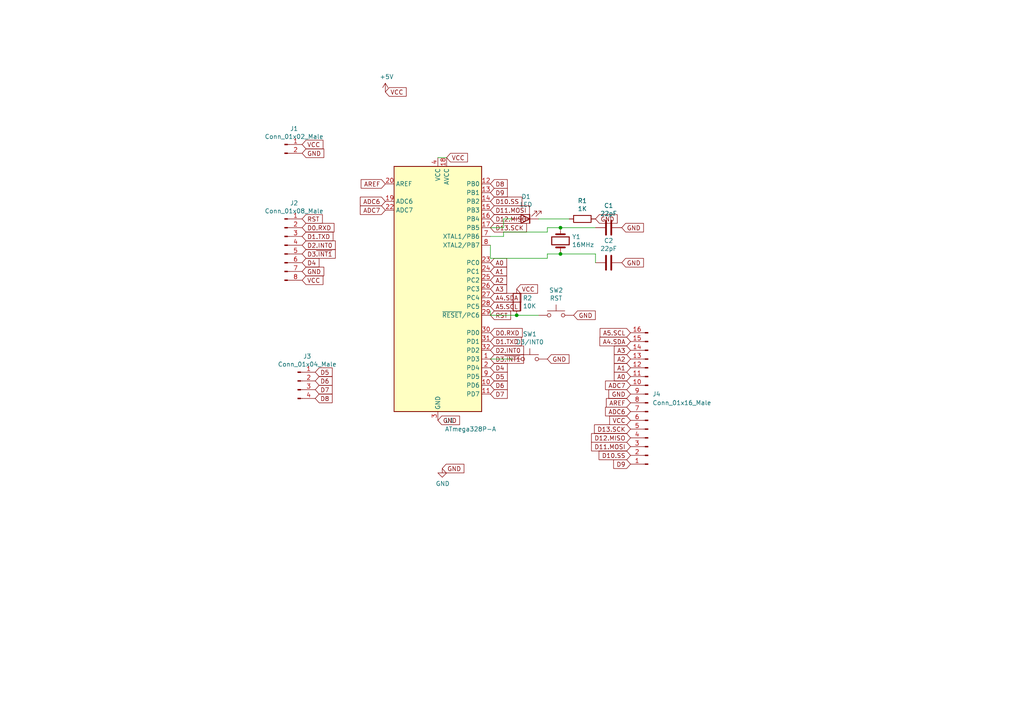
<source format=kicad_sch>
(kicad_sch (version 20211123) (generator eeschema)

  (uuid e63e39d7-6ac0-4ffd-8aa3-1841a4541b55)

  (paper "A4")

  (lib_symbols
    (symbol "Connector:Conn_01x02_Male" (pin_names (offset 1.016) hide) (in_bom yes) (on_board yes)
      (property "Reference" "J" (id 0) (at 0 2.54 0)
        (effects (font (size 1.27 1.27)))
      )
      (property "Value" "Conn_01x02_Male" (id 1) (at 0 -5.08 0)
        (effects (font (size 1.27 1.27)))
      )
      (property "Footprint" "" (id 2) (at 0 0 0)
        (effects (font (size 1.27 1.27)) hide)
      )
      (property "Datasheet" "~" (id 3) (at 0 0 0)
        (effects (font (size 1.27 1.27)) hide)
      )
      (property "ki_keywords" "connector" (id 4) (at 0 0 0)
        (effects (font (size 1.27 1.27)) hide)
      )
      (property "ki_description" "Generic connector, single row, 01x02, script generated (kicad-library-utils/schlib/autogen/connector/)" (id 5) (at 0 0 0)
        (effects (font (size 1.27 1.27)) hide)
      )
      (property "ki_fp_filters" "Connector*:*_1x??_*" (id 6) (at 0 0 0)
        (effects (font (size 1.27 1.27)) hide)
      )
      (symbol "Conn_01x02_Male_1_1"
        (polyline
          (pts
            (xy 1.27 -2.54)
            (xy 0.8636 -2.54)
          )
          (stroke (width 0.1524) (type default) (color 0 0 0 0))
          (fill (type none))
        )
        (polyline
          (pts
            (xy 1.27 0)
            (xy 0.8636 0)
          )
          (stroke (width 0.1524) (type default) (color 0 0 0 0))
          (fill (type none))
        )
        (rectangle (start 0.8636 -2.413) (end 0 -2.667)
          (stroke (width 0.1524) (type default) (color 0 0 0 0))
          (fill (type outline))
        )
        (rectangle (start 0.8636 0.127) (end 0 -0.127)
          (stroke (width 0.1524) (type default) (color 0 0 0 0))
          (fill (type outline))
        )
        (pin passive line (at 5.08 0 180) (length 3.81)
          (name "Pin_1" (effects (font (size 1.27 1.27))))
          (number "1" (effects (font (size 1.27 1.27))))
        )
        (pin passive line (at 5.08 -2.54 180) (length 3.81)
          (name "Pin_2" (effects (font (size 1.27 1.27))))
          (number "2" (effects (font (size 1.27 1.27))))
        )
      )
    )
    (symbol "Connector:Conn_01x04_Male" (pin_names (offset 1.016) hide) (in_bom yes) (on_board yes)
      (property "Reference" "J" (id 0) (at 0 5.08 0)
        (effects (font (size 1.27 1.27)))
      )
      (property "Value" "Conn_01x04_Male" (id 1) (at 0 -7.62 0)
        (effects (font (size 1.27 1.27)))
      )
      (property "Footprint" "" (id 2) (at 0 0 0)
        (effects (font (size 1.27 1.27)) hide)
      )
      (property "Datasheet" "~" (id 3) (at 0 0 0)
        (effects (font (size 1.27 1.27)) hide)
      )
      (property "ki_keywords" "connector" (id 4) (at 0 0 0)
        (effects (font (size 1.27 1.27)) hide)
      )
      (property "ki_description" "Generic connector, single row, 01x04, script generated (kicad-library-utils/schlib/autogen/connector/)" (id 5) (at 0 0 0)
        (effects (font (size 1.27 1.27)) hide)
      )
      (property "ki_fp_filters" "Connector*:*_1x??_*" (id 6) (at 0 0 0)
        (effects (font (size 1.27 1.27)) hide)
      )
      (symbol "Conn_01x04_Male_1_1"
        (polyline
          (pts
            (xy 1.27 -5.08)
            (xy 0.8636 -5.08)
          )
          (stroke (width 0.1524) (type default) (color 0 0 0 0))
          (fill (type none))
        )
        (polyline
          (pts
            (xy 1.27 -2.54)
            (xy 0.8636 -2.54)
          )
          (stroke (width 0.1524) (type default) (color 0 0 0 0))
          (fill (type none))
        )
        (polyline
          (pts
            (xy 1.27 0)
            (xy 0.8636 0)
          )
          (stroke (width 0.1524) (type default) (color 0 0 0 0))
          (fill (type none))
        )
        (polyline
          (pts
            (xy 1.27 2.54)
            (xy 0.8636 2.54)
          )
          (stroke (width 0.1524) (type default) (color 0 0 0 0))
          (fill (type none))
        )
        (rectangle (start 0.8636 -4.953) (end 0 -5.207)
          (stroke (width 0.1524) (type default) (color 0 0 0 0))
          (fill (type outline))
        )
        (rectangle (start 0.8636 -2.413) (end 0 -2.667)
          (stroke (width 0.1524) (type default) (color 0 0 0 0))
          (fill (type outline))
        )
        (rectangle (start 0.8636 0.127) (end 0 -0.127)
          (stroke (width 0.1524) (type default) (color 0 0 0 0))
          (fill (type outline))
        )
        (rectangle (start 0.8636 2.667) (end 0 2.413)
          (stroke (width 0.1524) (type default) (color 0 0 0 0))
          (fill (type outline))
        )
        (pin passive line (at 5.08 2.54 180) (length 3.81)
          (name "Pin_1" (effects (font (size 1.27 1.27))))
          (number "1" (effects (font (size 1.27 1.27))))
        )
        (pin passive line (at 5.08 0 180) (length 3.81)
          (name "Pin_2" (effects (font (size 1.27 1.27))))
          (number "2" (effects (font (size 1.27 1.27))))
        )
        (pin passive line (at 5.08 -2.54 180) (length 3.81)
          (name "Pin_3" (effects (font (size 1.27 1.27))))
          (number "3" (effects (font (size 1.27 1.27))))
        )
        (pin passive line (at 5.08 -5.08 180) (length 3.81)
          (name "Pin_4" (effects (font (size 1.27 1.27))))
          (number "4" (effects (font (size 1.27 1.27))))
        )
      )
    )
    (symbol "Connector:Conn_01x08_Male" (pin_names (offset 1.016) hide) (in_bom yes) (on_board yes)
      (property "Reference" "J" (id 0) (at 0 10.16 0)
        (effects (font (size 1.27 1.27)))
      )
      (property "Value" "Conn_01x08_Male" (id 1) (at 0 -12.7 0)
        (effects (font (size 1.27 1.27)))
      )
      (property "Footprint" "" (id 2) (at 0 0 0)
        (effects (font (size 1.27 1.27)) hide)
      )
      (property "Datasheet" "~" (id 3) (at 0 0 0)
        (effects (font (size 1.27 1.27)) hide)
      )
      (property "ki_keywords" "connector" (id 4) (at 0 0 0)
        (effects (font (size 1.27 1.27)) hide)
      )
      (property "ki_description" "Generic connector, single row, 01x08, script generated (kicad-library-utils/schlib/autogen/connector/)" (id 5) (at 0 0 0)
        (effects (font (size 1.27 1.27)) hide)
      )
      (property "ki_fp_filters" "Connector*:*_1x??_*" (id 6) (at 0 0 0)
        (effects (font (size 1.27 1.27)) hide)
      )
      (symbol "Conn_01x08_Male_1_1"
        (polyline
          (pts
            (xy 1.27 -10.16)
            (xy 0.8636 -10.16)
          )
          (stroke (width 0.1524) (type default) (color 0 0 0 0))
          (fill (type none))
        )
        (polyline
          (pts
            (xy 1.27 -7.62)
            (xy 0.8636 -7.62)
          )
          (stroke (width 0.1524) (type default) (color 0 0 0 0))
          (fill (type none))
        )
        (polyline
          (pts
            (xy 1.27 -5.08)
            (xy 0.8636 -5.08)
          )
          (stroke (width 0.1524) (type default) (color 0 0 0 0))
          (fill (type none))
        )
        (polyline
          (pts
            (xy 1.27 -2.54)
            (xy 0.8636 -2.54)
          )
          (stroke (width 0.1524) (type default) (color 0 0 0 0))
          (fill (type none))
        )
        (polyline
          (pts
            (xy 1.27 0)
            (xy 0.8636 0)
          )
          (stroke (width 0.1524) (type default) (color 0 0 0 0))
          (fill (type none))
        )
        (polyline
          (pts
            (xy 1.27 2.54)
            (xy 0.8636 2.54)
          )
          (stroke (width 0.1524) (type default) (color 0 0 0 0))
          (fill (type none))
        )
        (polyline
          (pts
            (xy 1.27 5.08)
            (xy 0.8636 5.08)
          )
          (stroke (width 0.1524) (type default) (color 0 0 0 0))
          (fill (type none))
        )
        (polyline
          (pts
            (xy 1.27 7.62)
            (xy 0.8636 7.62)
          )
          (stroke (width 0.1524) (type default) (color 0 0 0 0))
          (fill (type none))
        )
        (rectangle (start 0.8636 -10.033) (end 0 -10.287)
          (stroke (width 0.1524) (type default) (color 0 0 0 0))
          (fill (type outline))
        )
        (rectangle (start 0.8636 -7.493) (end 0 -7.747)
          (stroke (width 0.1524) (type default) (color 0 0 0 0))
          (fill (type outline))
        )
        (rectangle (start 0.8636 -4.953) (end 0 -5.207)
          (stroke (width 0.1524) (type default) (color 0 0 0 0))
          (fill (type outline))
        )
        (rectangle (start 0.8636 -2.413) (end 0 -2.667)
          (stroke (width 0.1524) (type default) (color 0 0 0 0))
          (fill (type outline))
        )
        (rectangle (start 0.8636 0.127) (end 0 -0.127)
          (stroke (width 0.1524) (type default) (color 0 0 0 0))
          (fill (type outline))
        )
        (rectangle (start 0.8636 2.667) (end 0 2.413)
          (stroke (width 0.1524) (type default) (color 0 0 0 0))
          (fill (type outline))
        )
        (rectangle (start 0.8636 5.207) (end 0 4.953)
          (stroke (width 0.1524) (type default) (color 0 0 0 0))
          (fill (type outline))
        )
        (rectangle (start 0.8636 7.747) (end 0 7.493)
          (stroke (width 0.1524) (type default) (color 0 0 0 0))
          (fill (type outline))
        )
        (pin passive line (at 5.08 7.62 180) (length 3.81)
          (name "Pin_1" (effects (font (size 1.27 1.27))))
          (number "1" (effects (font (size 1.27 1.27))))
        )
        (pin passive line (at 5.08 5.08 180) (length 3.81)
          (name "Pin_2" (effects (font (size 1.27 1.27))))
          (number "2" (effects (font (size 1.27 1.27))))
        )
        (pin passive line (at 5.08 2.54 180) (length 3.81)
          (name "Pin_3" (effects (font (size 1.27 1.27))))
          (number "3" (effects (font (size 1.27 1.27))))
        )
        (pin passive line (at 5.08 0 180) (length 3.81)
          (name "Pin_4" (effects (font (size 1.27 1.27))))
          (number "4" (effects (font (size 1.27 1.27))))
        )
        (pin passive line (at 5.08 -2.54 180) (length 3.81)
          (name "Pin_5" (effects (font (size 1.27 1.27))))
          (number "5" (effects (font (size 1.27 1.27))))
        )
        (pin passive line (at 5.08 -5.08 180) (length 3.81)
          (name "Pin_6" (effects (font (size 1.27 1.27))))
          (number "6" (effects (font (size 1.27 1.27))))
        )
        (pin passive line (at 5.08 -7.62 180) (length 3.81)
          (name "Pin_7" (effects (font (size 1.27 1.27))))
          (number "7" (effects (font (size 1.27 1.27))))
        )
        (pin passive line (at 5.08 -10.16 180) (length 3.81)
          (name "Pin_8" (effects (font (size 1.27 1.27))))
          (number "8" (effects (font (size 1.27 1.27))))
        )
      )
    )
    (symbol "Connector:Conn_01x16_Male" (pin_names (offset 1.016) hide) (in_bom yes) (on_board yes)
      (property "Reference" "J" (id 0) (at 0 20.32 0)
        (effects (font (size 1.27 1.27)))
      )
      (property "Value" "Conn_01x16_Male" (id 1) (at 0 -22.86 0)
        (effects (font (size 1.27 1.27)))
      )
      (property "Footprint" "" (id 2) (at 0 0 0)
        (effects (font (size 1.27 1.27)) hide)
      )
      (property "Datasheet" "~" (id 3) (at 0 0 0)
        (effects (font (size 1.27 1.27)) hide)
      )
      (property "ki_keywords" "connector" (id 4) (at 0 0 0)
        (effects (font (size 1.27 1.27)) hide)
      )
      (property "ki_description" "Generic connector, single row, 01x16, script generated (kicad-library-utils/schlib/autogen/connector/)" (id 5) (at 0 0 0)
        (effects (font (size 1.27 1.27)) hide)
      )
      (property "ki_fp_filters" "Connector*:*_1x??_*" (id 6) (at 0 0 0)
        (effects (font (size 1.27 1.27)) hide)
      )
      (symbol "Conn_01x16_Male_1_1"
        (polyline
          (pts
            (xy 1.27 -20.32)
            (xy 0.8636 -20.32)
          )
          (stroke (width 0.1524) (type default) (color 0 0 0 0))
          (fill (type none))
        )
        (polyline
          (pts
            (xy 1.27 -17.78)
            (xy 0.8636 -17.78)
          )
          (stroke (width 0.1524) (type default) (color 0 0 0 0))
          (fill (type none))
        )
        (polyline
          (pts
            (xy 1.27 -15.24)
            (xy 0.8636 -15.24)
          )
          (stroke (width 0.1524) (type default) (color 0 0 0 0))
          (fill (type none))
        )
        (polyline
          (pts
            (xy 1.27 -12.7)
            (xy 0.8636 -12.7)
          )
          (stroke (width 0.1524) (type default) (color 0 0 0 0))
          (fill (type none))
        )
        (polyline
          (pts
            (xy 1.27 -10.16)
            (xy 0.8636 -10.16)
          )
          (stroke (width 0.1524) (type default) (color 0 0 0 0))
          (fill (type none))
        )
        (polyline
          (pts
            (xy 1.27 -7.62)
            (xy 0.8636 -7.62)
          )
          (stroke (width 0.1524) (type default) (color 0 0 0 0))
          (fill (type none))
        )
        (polyline
          (pts
            (xy 1.27 -5.08)
            (xy 0.8636 -5.08)
          )
          (stroke (width 0.1524) (type default) (color 0 0 0 0))
          (fill (type none))
        )
        (polyline
          (pts
            (xy 1.27 -2.54)
            (xy 0.8636 -2.54)
          )
          (stroke (width 0.1524) (type default) (color 0 0 0 0))
          (fill (type none))
        )
        (polyline
          (pts
            (xy 1.27 0)
            (xy 0.8636 0)
          )
          (stroke (width 0.1524) (type default) (color 0 0 0 0))
          (fill (type none))
        )
        (polyline
          (pts
            (xy 1.27 2.54)
            (xy 0.8636 2.54)
          )
          (stroke (width 0.1524) (type default) (color 0 0 0 0))
          (fill (type none))
        )
        (polyline
          (pts
            (xy 1.27 5.08)
            (xy 0.8636 5.08)
          )
          (stroke (width 0.1524) (type default) (color 0 0 0 0))
          (fill (type none))
        )
        (polyline
          (pts
            (xy 1.27 7.62)
            (xy 0.8636 7.62)
          )
          (stroke (width 0.1524) (type default) (color 0 0 0 0))
          (fill (type none))
        )
        (polyline
          (pts
            (xy 1.27 10.16)
            (xy 0.8636 10.16)
          )
          (stroke (width 0.1524) (type default) (color 0 0 0 0))
          (fill (type none))
        )
        (polyline
          (pts
            (xy 1.27 12.7)
            (xy 0.8636 12.7)
          )
          (stroke (width 0.1524) (type default) (color 0 0 0 0))
          (fill (type none))
        )
        (polyline
          (pts
            (xy 1.27 15.24)
            (xy 0.8636 15.24)
          )
          (stroke (width 0.1524) (type default) (color 0 0 0 0))
          (fill (type none))
        )
        (polyline
          (pts
            (xy 1.27 17.78)
            (xy 0.8636 17.78)
          )
          (stroke (width 0.1524) (type default) (color 0 0 0 0))
          (fill (type none))
        )
        (rectangle (start 0.8636 -20.193) (end 0 -20.447)
          (stroke (width 0.1524) (type default) (color 0 0 0 0))
          (fill (type outline))
        )
        (rectangle (start 0.8636 -17.653) (end 0 -17.907)
          (stroke (width 0.1524) (type default) (color 0 0 0 0))
          (fill (type outline))
        )
        (rectangle (start 0.8636 -15.113) (end 0 -15.367)
          (stroke (width 0.1524) (type default) (color 0 0 0 0))
          (fill (type outline))
        )
        (rectangle (start 0.8636 -12.573) (end 0 -12.827)
          (stroke (width 0.1524) (type default) (color 0 0 0 0))
          (fill (type outline))
        )
        (rectangle (start 0.8636 -10.033) (end 0 -10.287)
          (stroke (width 0.1524) (type default) (color 0 0 0 0))
          (fill (type outline))
        )
        (rectangle (start 0.8636 -7.493) (end 0 -7.747)
          (stroke (width 0.1524) (type default) (color 0 0 0 0))
          (fill (type outline))
        )
        (rectangle (start 0.8636 -4.953) (end 0 -5.207)
          (stroke (width 0.1524) (type default) (color 0 0 0 0))
          (fill (type outline))
        )
        (rectangle (start 0.8636 -2.413) (end 0 -2.667)
          (stroke (width 0.1524) (type default) (color 0 0 0 0))
          (fill (type outline))
        )
        (rectangle (start 0.8636 0.127) (end 0 -0.127)
          (stroke (width 0.1524) (type default) (color 0 0 0 0))
          (fill (type outline))
        )
        (rectangle (start 0.8636 2.667) (end 0 2.413)
          (stroke (width 0.1524) (type default) (color 0 0 0 0))
          (fill (type outline))
        )
        (rectangle (start 0.8636 5.207) (end 0 4.953)
          (stroke (width 0.1524) (type default) (color 0 0 0 0))
          (fill (type outline))
        )
        (rectangle (start 0.8636 7.747) (end 0 7.493)
          (stroke (width 0.1524) (type default) (color 0 0 0 0))
          (fill (type outline))
        )
        (rectangle (start 0.8636 10.287) (end 0 10.033)
          (stroke (width 0.1524) (type default) (color 0 0 0 0))
          (fill (type outline))
        )
        (rectangle (start 0.8636 12.827) (end 0 12.573)
          (stroke (width 0.1524) (type default) (color 0 0 0 0))
          (fill (type outline))
        )
        (rectangle (start 0.8636 15.367) (end 0 15.113)
          (stroke (width 0.1524) (type default) (color 0 0 0 0))
          (fill (type outline))
        )
        (rectangle (start 0.8636 17.907) (end 0 17.653)
          (stroke (width 0.1524) (type default) (color 0 0 0 0))
          (fill (type outline))
        )
        (pin passive line (at 5.08 17.78 180) (length 3.81)
          (name "Pin_1" (effects (font (size 1.27 1.27))))
          (number "1" (effects (font (size 1.27 1.27))))
        )
        (pin passive line (at 5.08 -5.08 180) (length 3.81)
          (name "Pin_10" (effects (font (size 1.27 1.27))))
          (number "10" (effects (font (size 1.27 1.27))))
        )
        (pin passive line (at 5.08 -7.62 180) (length 3.81)
          (name "Pin_11" (effects (font (size 1.27 1.27))))
          (number "11" (effects (font (size 1.27 1.27))))
        )
        (pin passive line (at 5.08 -10.16 180) (length 3.81)
          (name "Pin_12" (effects (font (size 1.27 1.27))))
          (number "12" (effects (font (size 1.27 1.27))))
        )
        (pin passive line (at 5.08 -12.7 180) (length 3.81)
          (name "Pin_13" (effects (font (size 1.27 1.27))))
          (number "13" (effects (font (size 1.27 1.27))))
        )
        (pin passive line (at 5.08 -15.24 180) (length 3.81)
          (name "Pin_14" (effects (font (size 1.27 1.27))))
          (number "14" (effects (font (size 1.27 1.27))))
        )
        (pin passive line (at 5.08 -17.78 180) (length 3.81)
          (name "Pin_15" (effects (font (size 1.27 1.27))))
          (number "15" (effects (font (size 1.27 1.27))))
        )
        (pin passive line (at 5.08 -20.32 180) (length 3.81)
          (name "Pin_16" (effects (font (size 1.27 1.27))))
          (number "16" (effects (font (size 1.27 1.27))))
        )
        (pin passive line (at 5.08 15.24 180) (length 3.81)
          (name "Pin_2" (effects (font (size 1.27 1.27))))
          (number "2" (effects (font (size 1.27 1.27))))
        )
        (pin passive line (at 5.08 12.7 180) (length 3.81)
          (name "Pin_3" (effects (font (size 1.27 1.27))))
          (number "3" (effects (font (size 1.27 1.27))))
        )
        (pin passive line (at 5.08 10.16 180) (length 3.81)
          (name "Pin_4" (effects (font (size 1.27 1.27))))
          (number "4" (effects (font (size 1.27 1.27))))
        )
        (pin passive line (at 5.08 7.62 180) (length 3.81)
          (name "Pin_5" (effects (font (size 1.27 1.27))))
          (number "5" (effects (font (size 1.27 1.27))))
        )
        (pin passive line (at 5.08 5.08 180) (length 3.81)
          (name "Pin_6" (effects (font (size 1.27 1.27))))
          (number "6" (effects (font (size 1.27 1.27))))
        )
        (pin passive line (at 5.08 2.54 180) (length 3.81)
          (name "Pin_7" (effects (font (size 1.27 1.27))))
          (number "7" (effects (font (size 1.27 1.27))))
        )
        (pin passive line (at 5.08 0 180) (length 3.81)
          (name "Pin_8" (effects (font (size 1.27 1.27))))
          (number "8" (effects (font (size 1.27 1.27))))
        )
        (pin passive line (at 5.08 -2.54 180) (length 3.81)
          (name "Pin_9" (effects (font (size 1.27 1.27))))
          (number "9" (effects (font (size 1.27 1.27))))
        )
      )
    )
    (symbol "Device:C" (pin_numbers hide) (pin_names (offset 0.254)) (in_bom yes) (on_board yes)
      (property "Reference" "C" (id 0) (at 0.635 2.54 0)
        (effects (font (size 1.27 1.27)) (justify left))
      )
      (property "Value" "C" (id 1) (at 0.635 -2.54 0)
        (effects (font (size 1.27 1.27)) (justify left))
      )
      (property "Footprint" "" (id 2) (at 0.9652 -3.81 0)
        (effects (font (size 1.27 1.27)) hide)
      )
      (property "Datasheet" "~" (id 3) (at 0 0 0)
        (effects (font (size 1.27 1.27)) hide)
      )
      (property "ki_keywords" "cap capacitor" (id 4) (at 0 0 0)
        (effects (font (size 1.27 1.27)) hide)
      )
      (property "ki_description" "Unpolarized capacitor" (id 5) (at 0 0 0)
        (effects (font (size 1.27 1.27)) hide)
      )
      (property "ki_fp_filters" "C_*" (id 6) (at 0 0 0)
        (effects (font (size 1.27 1.27)) hide)
      )
      (symbol "C_0_1"
        (polyline
          (pts
            (xy -2.032 -0.762)
            (xy 2.032 -0.762)
          )
          (stroke (width 0.508) (type default) (color 0 0 0 0))
          (fill (type none))
        )
        (polyline
          (pts
            (xy -2.032 0.762)
            (xy 2.032 0.762)
          )
          (stroke (width 0.508) (type default) (color 0 0 0 0))
          (fill (type none))
        )
      )
      (symbol "C_1_1"
        (pin passive line (at 0 3.81 270) (length 2.794)
          (name "~" (effects (font (size 1.27 1.27))))
          (number "1" (effects (font (size 1.27 1.27))))
        )
        (pin passive line (at 0 -3.81 90) (length 2.794)
          (name "~" (effects (font (size 1.27 1.27))))
          (number "2" (effects (font (size 1.27 1.27))))
        )
      )
    )
    (symbol "Device:Crystal" (pin_numbers hide) (pin_names (offset 1.016) hide) (in_bom yes) (on_board yes)
      (property "Reference" "Y" (id 0) (at 0 3.81 0)
        (effects (font (size 1.27 1.27)))
      )
      (property "Value" "Crystal" (id 1) (at 0 -3.81 0)
        (effects (font (size 1.27 1.27)))
      )
      (property "Footprint" "" (id 2) (at 0 0 0)
        (effects (font (size 1.27 1.27)) hide)
      )
      (property "Datasheet" "~" (id 3) (at 0 0 0)
        (effects (font (size 1.27 1.27)) hide)
      )
      (property "ki_keywords" "quartz ceramic resonator oscillator" (id 4) (at 0 0 0)
        (effects (font (size 1.27 1.27)) hide)
      )
      (property "ki_description" "Two pin crystal" (id 5) (at 0 0 0)
        (effects (font (size 1.27 1.27)) hide)
      )
      (property "ki_fp_filters" "Crystal*" (id 6) (at 0 0 0)
        (effects (font (size 1.27 1.27)) hide)
      )
      (symbol "Crystal_0_1"
        (rectangle (start -1.143 2.54) (end 1.143 -2.54)
          (stroke (width 0.3048) (type default) (color 0 0 0 0))
          (fill (type none))
        )
        (polyline
          (pts
            (xy -2.54 0)
            (xy -1.905 0)
          )
          (stroke (width 0) (type default) (color 0 0 0 0))
          (fill (type none))
        )
        (polyline
          (pts
            (xy -1.905 -1.27)
            (xy -1.905 1.27)
          )
          (stroke (width 0.508) (type default) (color 0 0 0 0))
          (fill (type none))
        )
        (polyline
          (pts
            (xy 1.905 -1.27)
            (xy 1.905 1.27)
          )
          (stroke (width 0.508) (type default) (color 0 0 0 0))
          (fill (type none))
        )
        (polyline
          (pts
            (xy 2.54 0)
            (xy 1.905 0)
          )
          (stroke (width 0) (type default) (color 0 0 0 0))
          (fill (type none))
        )
      )
      (symbol "Crystal_1_1"
        (pin passive line (at -3.81 0 0) (length 1.27)
          (name "1" (effects (font (size 1.27 1.27))))
          (number "1" (effects (font (size 1.27 1.27))))
        )
        (pin passive line (at 3.81 0 180) (length 1.27)
          (name "2" (effects (font (size 1.27 1.27))))
          (number "2" (effects (font (size 1.27 1.27))))
        )
      )
    )
    (symbol "Device:LED" (pin_numbers hide) (pin_names (offset 1.016) hide) (in_bom yes) (on_board yes)
      (property "Reference" "D" (id 0) (at 0 2.54 0)
        (effects (font (size 1.27 1.27)))
      )
      (property "Value" "LED" (id 1) (at 0 -2.54 0)
        (effects (font (size 1.27 1.27)))
      )
      (property "Footprint" "" (id 2) (at 0 0 0)
        (effects (font (size 1.27 1.27)) hide)
      )
      (property "Datasheet" "~" (id 3) (at 0 0 0)
        (effects (font (size 1.27 1.27)) hide)
      )
      (property "ki_keywords" "LED diode" (id 4) (at 0 0 0)
        (effects (font (size 1.27 1.27)) hide)
      )
      (property "ki_description" "Light emitting diode" (id 5) (at 0 0 0)
        (effects (font (size 1.27 1.27)) hide)
      )
      (property "ki_fp_filters" "LED* LED_SMD:* LED_THT:*" (id 6) (at 0 0 0)
        (effects (font (size 1.27 1.27)) hide)
      )
      (symbol "LED_0_1"
        (polyline
          (pts
            (xy -1.27 -1.27)
            (xy -1.27 1.27)
          )
          (stroke (width 0.254) (type default) (color 0 0 0 0))
          (fill (type none))
        )
        (polyline
          (pts
            (xy -1.27 0)
            (xy 1.27 0)
          )
          (stroke (width 0) (type default) (color 0 0 0 0))
          (fill (type none))
        )
        (polyline
          (pts
            (xy 1.27 -1.27)
            (xy 1.27 1.27)
            (xy -1.27 0)
            (xy 1.27 -1.27)
          )
          (stroke (width 0.254) (type default) (color 0 0 0 0))
          (fill (type none))
        )
        (polyline
          (pts
            (xy -3.048 -0.762)
            (xy -4.572 -2.286)
            (xy -3.81 -2.286)
            (xy -4.572 -2.286)
            (xy -4.572 -1.524)
          )
          (stroke (width 0) (type default) (color 0 0 0 0))
          (fill (type none))
        )
        (polyline
          (pts
            (xy -1.778 -0.762)
            (xy -3.302 -2.286)
            (xy -2.54 -2.286)
            (xy -3.302 -2.286)
            (xy -3.302 -1.524)
          )
          (stroke (width 0) (type default) (color 0 0 0 0))
          (fill (type none))
        )
      )
      (symbol "LED_1_1"
        (pin passive line (at -3.81 0 0) (length 2.54)
          (name "K" (effects (font (size 1.27 1.27))))
          (number "1" (effects (font (size 1.27 1.27))))
        )
        (pin passive line (at 3.81 0 180) (length 2.54)
          (name "A" (effects (font (size 1.27 1.27))))
          (number "2" (effects (font (size 1.27 1.27))))
        )
      )
    )
    (symbol "Device:R" (pin_numbers hide) (pin_names (offset 0)) (in_bom yes) (on_board yes)
      (property "Reference" "R" (id 0) (at 2.032 0 90)
        (effects (font (size 1.27 1.27)))
      )
      (property "Value" "R" (id 1) (at 0 0 90)
        (effects (font (size 1.27 1.27)))
      )
      (property "Footprint" "" (id 2) (at -1.778 0 90)
        (effects (font (size 1.27 1.27)) hide)
      )
      (property "Datasheet" "~" (id 3) (at 0 0 0)
        (effects (font (size 1.27 1.27)) hide)
      )
      (property "ki_keywords" "R res resistor" (id 4) (at 0 0 0)
        (effects (font (size 1.27 1.27)) hide)
      )
      (property "ki_description" "Resistor" (id 5) (at 0 0 0)
        (effects (font (size 1.27 1.27)) hide)
      )
      (property "ki_fp_filters" "R_*" (id 6) (at 0 0 0)
        (effects (font (size 1.27 1.27)) hide)
      )
      (symbol "R_0_1"
        (rectangle (start -1.016 -2.54) (end 1.016 2.54)
          (stroke (width 0.254) (type default) (color 0 0 0 0))
          (fill (type none))
        )
      )
      (symbol "R_1_1"
        (pin passive line (at 0 3.81 270) (length 1.27)
          (name "~" (effects (font (size 1.27 1.27))))
          (number "1" (effects (font (size 1.27 1.27))))
        )
        (pin passive line (at 0 -3.81 90) (length 1.27)
          (name "~" (effects (font (size 1.27 1.27))))
          (number "2" (effects (font (size 1.27 1.27))))
        )
      )
    )
    (symbol "MCU_Microchip_ATmega:ATmega328P-A" (in_bom yes) (on_board yes)
      (property "Reference" "U" (id 0) (at -12.7 36.83 0)
        (effects (font (size 1.27 1.27)) (justify left bottom))
      )
      (property "Value" "ATmega328P-A" (id 1) (at 2.54 -36.83 0)
        (effects (font (size 1.27 1.27)) (justify left top))
      )
      (property "Footprint" "Package_QFP:TQFP-32_7x7mm_P0.8mm" (id 2) (at 0 0 0)
        (effects (font (size 1.27 1.27) italic) hide)
      )
      (property "Datasheet" "http://ww1.microchip.com/downloads/en/DeviceDoc/ATmega328_P%20AVR%20MCU%20with%20picoPower%20Technology%20Data%20Sheet%2040001984A.pdf" (id 3) (at 0 0 0)
        (effects (font (size 1.27 1.27)) hide)
      )
      (property "ki_keywords" "AVR 8bit Microcontroller MegaAVR PicoPower" (id 4) (at 0 0 0)
        (effects (font (size 1.27 1.27)) hide)
      )
      (property "ki_description" "20MHz, 32kB Flash, 2kB SRAM, 1kB EEPROM, TQFP-32" (id 5) (at 0 0 0)
        (effects (font (size 1.27 1.27)) hide)
      )
      (property "ki_fp_filters" "TQFP*7x7mm*P0.8mm*" (id 6) (at 0 0 0)
        (effects (font (size 1.27 1.27)) hide)
      )
      (symbol "ATmega328P-A_0_1"
        (rectangle (start -12.7 -35.56) (end 12.7 35.56)
          (stroke (width 0.254) (type default) (color 0 0 0 0))
          (fill (type background))
        )
      )
      (symbol "ATmega328P-A_1_1"
        (pin bidirectional line (at 15.24 -20.32 180) (length 2.54)
          (name "PD3" (effects (font (size 1.27 1.27))))
          (number "1" (effects (font (size 1.27 1.27))))
        )
        (pin bidirectional line (at 15.24 -27.94 180) (length 2.54)
          (name "PD6" (effects (font (size 1.27 1.27))))
          (number "10" (effects (font (size 1.27 1.27))))
        )
        (pin bidirectional line (at 15.24 -30.48 180) (length 2.54)
          (name "PD7" (effects (font (size 1.27 1.27))))
          (number "11" (effects (font (size 1.27 1.27))))
        )
        (pin bidirectional line (at 15.24 30.48 180) (length 2.54)
          (name "PB0" (effects (font (size 1.27 1.27))))
          (number "12" (effects (font (size 1.27 1.27))))
        )
        (pin bidirectional line (at 15.24 27.94 180) (length 2.54)
          (name "PB1" (effects (font (size 1.27 1.27))))
          (number "13" (effects (font (size 1.27 1.27))))
        )
        (pin bidirectional line (at 15.24 25.4 180) (length 2.54)
          (name "PB2" (effects (font (size 1.27 1.27))))
          (number "14" (effects (font (size 1.27 1.27))))
        )
        (pin bidirectional line (at 15.24 22.86 180) (length 2.54)
          (name "PB3" (effects (font (size 1.27 1.27))))
          (number "15" (effects (font (size 1.27 1.27))))
        )
        (pin bidirectional line (at 15.24 20.32 180) (length 2.54)
          (name "PB4" (effects (font (size 1.27 1.27))))
          (number "16" (effects (font (size 1.27 1.27))))
        )
        (pin bidirectional line (at 15.24 17.78 180) (length 2.54)
          (name "PB5" (effects (font (size 1.27 1.27))))
          (number "17" (effects (font (size 1.27 1.27))))
        )
        (pin power_in line (at 2.54 38.1 270) (length 2.54)
          (name "AVCC" (effects (font (size 1.27 1.27))))
          (number "18" (effects (font (size 1.27 1.27))))
        )
        (pin input line (at -15.24 25.4 0) (length 2.54)
          (name "ADC6" (effects (font (size 1.27 1.27))))
          (number "19" (effects (font (size 1.27 1.27))))
        )
        (pin bidirectional line (at 15.24 -22.86 180) (length 2.54)
          (name "PD4" (effects (font (size 1.27 1.27))))
          (number "2" (effects (font (size 1.27 1.27))))
        )
        (pin passive line (at -15.24 30.48 0) (length 2.54)
          (name "AREF" (effects (font (size 1.27 1.27))))
          (number "20" (effects (font (size 1.27 1.27))))
        )
        (pin passive line (at 0 -38.1 90) (length 2.54) hide
          (name "GND" (effects (font (size 1.27 1.27))))
          (number "21" (effects (font (size 1.27 1.27))))
        )
        (pin input line (at -15.24 22.86 0) (length 2.54)
          (name "ADC7" (effects (font (size 1.27 1.27))))
          (number "22" (effects (font (size 1.27 1.27))))
        )
        (pin bidirectional line (at 15.24 7.62 180) (length 2.54)
          (name "PC0" (effects (font (size 1.27 1.27))))
          (number "23" (effects (font (size 1.27 1.27))))
        )
        (pin bidirectional line (at 15.24 5.08 180) (length 2.54)
          (name "PC1" (effects (font (size 1.27 1.27))))
          (number "24" (effects (font (size 1.27 1.27))))
        )
        (pin bidirectional line (at 15.24 2.54 180) (length 2.54)
          (name "PC2" (effects (font (size 1.27 1.27))))
          (number "25" (effects (font (size 1.27 1.27))))
        )
        (pin bidirectional line (at 15.24 0 180) (length 2.54)
          (name "PC3" (effects (font (size 1.27 1.27))))
          (number "26" (effects (font (size 1.27 1.27))))
        )
        (pin bidirectional line (at 15.24 -2.54 180) (length 2.54)
          (name "PC4" (effects (font (size 1.27 1.27))))
          (number "27" (effects (font (size 1.27 1.27))))
        )
        (pin bidirectional line (at 15.24 -5.08 180) (length 2.54)
          (name "PC5" (effects (font (size 1.27 1.27))))
          (number "28" (effects (font (size 1.27 1.27))))
        )
        (pin bidirectional line (at 15.24 -7.62 180) (length 2.54)
          (name "~{RESET}/PC6" (effects (font (size 1.27 1.27))))
          (number "29" (effects (font (size 1.27 1.27))))
        )
        (pin power_in line (at 0 -38.1 90) (length 2.54)
          (name "GND" (effects (font (size 1.27 1.27))))
          (number "3" (effects (font (size 1.27 1.27))))
        )
        (pin bidirectional line (at 15.24 -12.7 180) (length 2.54)
          (name "PD0" (effects (font (size 1.27 1.27))))
          (number "30" (effects (font (size 1.27 1.27))))
        )
        (pin bidirectional line (at 15.24 -15.24 180) (length 2.54)
          (name "PD1" (effects (font (size 1.27 1.27))))
          (number "31" (effects (font (size 1.27 1.27))))
        )
        (pin bidirectional line (at 15.24 -17.78 180) (length 2.54)
          (name "PD2" (effects (font (size 1.27 1.27))))
          (number "32" (effects (font (size 1.27 1.27))))
        )
        (pin power_in line (at 0 38.1 270) (length 2.54)
          (name "VCC" (effects (font (size 1.27 1.27))))
          (number "4" (effects (font (size 1.27 1.27))))
        )
        (pin passive line (at 0 -38.1 90) (length 2.54) hide
          (name "GND" (effects (font (size 1.27 1.27))))
          (number "5" (effects (font (size 1.27 1.27))))
        )
        (pin passive line (at 0 38.1 270) (length 2.54) hide
          (name "VCC" (effects (font (size 1.27 1.27))))
          (number "6" (effects (font (size 1.27 1.27))))
        )
        (pin bidirectional line (at 15.24 15.24 180) (length 2.54)
          (name "XTAL1/PB6" (effects (font (size 1.27 1.27))))
          (number "7" (effects (font (size 1.27 1.27))))
        )
        (pin bidirectional line (at 15.24 12.7 180) (length 2.54)
          (name "XTAL2/PB7" (effects (font (size 1.27 1.27))))
          (number "8" (effects (font (size 1.27 1.27))))
        )
        (pin bidirectional line (at 15.24 -25.4 180) (length 2.54)
          (name "PD5" (effects (font (size 1.27 1.27))))
          (number "9" (effects (font (size 1.27 1.27))))
        )
      )
    )
    (symbol "Switch:SW_Push" (pin_numbers hide) (pin_names (offset 1.016) hide) (in_bom yes) (on_board yes)
      (property "Reference" "SW" (id 0) (at 1.27 2.54 0)
        (effects (font (size 1.27 1.27)) (justify left))
      )
      (property "Value" "SW_Push" (id 1) (at 0 -1.524 0)
        (effects (font (size 1.27 1.27)))
      )
      (property "Footprint" "" (id 2) (at 0 5.08 0)
        (effects (font (size 1.27 1.27)) hide)
      )
      (property "Datasheet" "~" (id 3) (at 0 5.08 0)
        (effects (font (size 1.27 1.27)) hide)
      )
      (property "ki_keywords" "switch normally-open pushbutton push-button" (id 4) (at 0 0 0)
        (effects (font (size 1.27 1.27)) hide)
      )
      (property "ki_description" "Push button switch, generic, two pins" (id 5) (at 0 0 0)
        (effects (font (size 1.27 1.27)) hide)
      )
      (symbol "SW_Push_0_1"
        (circle (center -2.032 0) (radius 0.508)
          (stroke (width 0) (type default) (color 0 0 0 0))
          (fill (type none))
        )
        (polyline
          (pts
            (xy 0 1.27)
            (xy 0 3.048)
          )
          (stroke (width 0) (type default) (color 0 0 0 0))
          (fill (type none))
        )
        (polyline
          (pts
            (xy 2.54 1.27)
            (xy -2.54 1.27)
          )
          (stroke (width 0) (type default) (color 0 0 0 0))
          (fill (type none))
        )
        (circle (center 2.032 0) (radius 0.508)
          (stroke (width 0) (type default) (color 0 0 0 0))
          (fill (type none))
        )
        (pin passive line (at -5.08 0 0) (length 2.54)
          (name "1" (effects (font (size 1.27 1.27))))
          (number "1" (effects (font (size 1.27 1.27))))
        )
        (pin passive line (at 5.08 0 180) (length 2.54)
          (name "2" (effects (font (size 1.27 1.27))))
          (number "2" (effects (font (size 1.27 1.27))))
        )
      )
    )
    (symbol "power:+5V" (power) (pin_names (offset 0)) (in_bom yes) (on_board yes)
      (property "Reference" "#PWR" (id 0) (at 0 -3.81 0)
        (effects (font (size 1.27 1.27)) hide)
      )
      (property "Value" "+5V" (id 1) (at 0 3.556 0)
        (effects (font (size 1.27 1.27)))
      )
      (property "Footprint" "" (id 2) (at 0 0 0)
        (effects (font (size 1.27 1.27)) hide)
      )
      (property "Datasheet" "" (id 3) (at 0 0 0)
        (effects (font (size 1.27 1.27)) hide)
      )
      (property "ki_keywords" "power-flag" (id 4) (at 0 0 0)
        (effects (font (size 1.27 1.27)) hide)
      )
      (property "ki_description" "Power symbol creates a global label with name \"+5V\"" (id 5) (at 0 0 0)
        (effects (font (size 1.27 1.27)) hide)
      )
      (symbol "+5V_0_1"
        (polyline
          (pts
            (xy -0.762 1.27)
            (xy 0 2.54)
          )
          (stroke (width 0) (type default) (color 0 0 0 0))
          (fill (type none))
        )
        (polyline
          (pts
            (xy 0 0)
            (xy 0 2.54)
          )
          (stroke (width 0) (type default) (color 0 0 0 0))
          (fill (type none))
        )
        (polyline
          (pts
            (xy 0 2.54)
            (xy 0.762 1.27)
          )
          (stroke (width 0) (type default) (color 0 0 0 0))
          (fill (type none))
        )
      )
      (symbol "+5V_1_1"
        (pin power_in line (at 0 0 90) (length 0) hide
          (name "+5V" (effects (font (size 1.27 1.27))))
          (number "1" (effects (font (size 1.27 1.27))))
        )
      )
    )
    (symbol "power:GND" (power) (pin_names (offset 0)) (in_bom yes) (on_board yes)
      (property "Reference" "#PWR" (id 0) (at 0 -6.35 0)
        (effects (font (size 1.27 1.27)) hide)
      )
      (property "Value" "GND" (id 1) (at 0 -3.81 0)
        (effects (font (size 1.27 1.27)))
      )
      (property "Footprint" "" (id 2) (at 0 0 0)
        (effects (font (size 1.27 1.27)) hide)
      )
      (property "Datasheet" "" (id 3) (at 0 0 0)
        (effects (font (size 1.27 1.27)) hide)
      )
      (property "ki_keywords" "power-flag" (id 4) (at 0 0 0)
        (effects (font (size 1.27 1.27)) hide)
      )
      (property "ki_description" "Power symbol creates a global label with name \"GND\" , ground" (id 5) (at 0 0 0)
        (effects (font (size 1.27 1.27)) hide)
      )
      (symbol "GND_0_1"
        (polyline
          (pts
            (xy 0 0)
            (xy 0 -1.27)
            (xy 1.27 -1.27)
            (xy 0 -2.54)
            (xy -1.27 -1.27)
            (xy 0 -1.27)
          )
          (stroke (width 0) (type default) (color 0 0 0 0))
          (fill (type none))
        )
      )
      (symbol "GND_1_1"
        (pin power_in line (at 0 0 270) (length 0) hide
          (name "GND" (effects (font (size 1.27 1.27))))
          (number "1" (effects (font (size 1.27 1.27))))
        )
      )
    )
  )


  (junction (at 149.86 91.44) (diameter 0) (color 0 0 0 0)
    (uuid 576c6616-e95d-4f1e-8ead-dea30fcdc8c2)
  )
  (junction (at 162.56 66.04) (diameter 0) (color 0 0 0 0)
    (uuid a9b3f6e4-7a6d-4ae8-ad28-3d8458e0ca1a)
  )
  (junction (at 162.56 73.66) (diameter 0) (color 0 0 0 0)
    (uuid d9c6d5d2-0b49-49ba-a970-cd2c32f74c54)
  )

  (wire (pts (xy 142.24 90.17) (xy 142.24 91.44))
    (stroke (width 0) (type default) (color 0 0 0 0))
    (uuid 057af6bb-cf6f-4bfb-b0c0-2e92a2c09a47)
  )
  (wire (pts (xy 142.24 74.93) (xy 142.24 71.12))
    (stroke (width 0) (type default) (color 0 0 0 0))
    (uuid 101ef598-601d-400e-9ef6-d655fbb1dbfa)
  )
  (wire (pts (xy 158.75 74.93) (xy 158.75 73.66))
    (stroke (width 0) (type default) (color 0 0 0 0))
    (uuid 15fe8f3d-6077-4e0e-81d0-8ec3f4538981)
  )
  (wire (pts (xy 156.21 63.5) (xy 165.1 63.5))
    (stroke (width 0) (type default) (color 0 0 0 0))
    (uuid 29e058a7-50a3-43e5-81c3-bfee53da08be)
  )
  (wire (pts (xy 158.75 67.31) (xy 158.75 66.04))
    (stroke (width 0) (type default) (color 0 0 0 0))
    (uuid 35a9f71f-ba35-47f6-814e-4106ac36c51e)
  )
  (wire (pts (xy 146.05 63.5) (xy 148.59 63.5))
    (stroke (width 0) (type default) (color 0 0 0 0))
    (uuid 3fd54105-4b7e-4004-9801-76ec66108a22)
  )
  (wire (pts (xy 146.05 67.31) (xy 158.75 67.31))
    (stroke (width 0) (type default) (color 0 0 0 0))
    (uuid 5b34a16c-5a14-4291-8242-ea6d6ac54372)
  )
  (wire (pts (xy 146.05 67.31) (xy 146.05 68.58))
    (stroke (width 0) (type default) (color 0 0 0 0))
    (uuid 6781326c-6e0d-4753-8f28-0f5c687e01f9)
  )
  (wire (pts (xy 146.05 66.04) (xy 146.05 63.5))
    (stroke (width 0) (type default) (color 0 0 0 0))
    (uuid 6fd4442e-30b3-428b-9306-61418a63d311)
  )
  (wire (pts (xy 142.24 104.14) (xy 148.59 104.14))
    (stroke (width 0) (type default) (color 0 0 0 0))
    (uuid 721d1be9-236e-470b-ba69-f1cc6c43faf9)
  )
  (wire (pts (xy 156.21 91.44) (xy 149.86 91.44))
    (stroke (width 0) (type default) (color 0 0 0 0))
    (uuid 7b044939-8c4d-444f-b9e0-a15fcdeb5a86)
  )
  (wire (pts (xy 142.24 74.93) (xy 158.75 74.93))
    (stroke (width 0) (type default) (color 0 0 0 0))
    (uuid 7f52d787-caa3-4a92-b1b2-19d554dc29a4)
  )
  (wire (pts (xy 158.75 73.66) (xy 162.56 73.66))
    (stroke (width 0) (type default) (color 0 0 0 0))
    (uuid 814763c2-92e5-4a2c-941c-9bbd073f6e87)
  )
  (wire (pts (xy 162.56 73.66) (xy 172.72 73.66))
    (stroke (width 0) (type default) (color 0 0 0 0))
    (uuid 82be7aae-5d06-4178-8c3e-98760c41b054)
  )
  (wire (pts (xy 142.24 66.04) (xy 146.05 66.04))
    (stroke (width 0) (type default) (color 0 0 0 0))
    (uuid 8d0c1d66-35ef-4a53-a28f-436a11b54f42)
  )
  (wire (pts (xy 142.24 91.44) (xy 149.86 91.44))
    (stroke (width 0) (type default) (color 0 0 0 0))
    (uuid 935f462d-8b1e-4005-9f1e-17f537ab1756)
  )
  (wire (pts (xy 162.56 66.04) (xy 172.72 66.04))
    (stroke (width 0) (type default) (color 0 0 0 0))
    (uuid a6b7df29-bcf8-46a9-b623-7eaac47f5110)
  )
  (wire (pts (xy 158.75 66.04) (xy 162.56 66.04))
    (stroke (width 0) (type default) (color 0 0 0 0))
    (uuid c094494a-f6f7-43fc-a007-4951484ddf3a)
  )
  (wire (pts (xy 146.05 68.58) (xy 142.24 68.58))
    (stroke (width 0) (type default) (color 0 0 0 0))
    (uuid c701ee8e-1214-4781-a973-17bef7b6e3eb)
  )
  (wire (pts (xy 172.72 73.66) (xy 172.72 76.2))
    (stroke (width 0) (type default) (color 0 0 0 0))
    (uuid e1535036-5d36-405f-bb86-3819621c4f23)
  )
  (wire (pts (xy 129.54 45.72) (xy 127 45.72))
    (stroke (width 0) (type default) (color 0 0 0 0))
    (uuid ebd06df3-d52b-4cff-99a2-a771df6d3733)
  )

  (global_label "ADC7" (shape input) (at 182.88 111.76 180) (fields_autoplaced)
    (effects (font (size 1.27 1.27)) (justify right))
    (uuid 02aac6e8-86f5-40b9-8832-e0623390256a)
    (property "Intersheet References" "${INTERSHEET_REFS}" (id 0) (at 175.7177 111.6806 0)
      (effects (font (size 1.27 1.27)) (justify right) hide)
    )
  )
  (global_label "D1.TXD" (shape input) (at 87.63 68.58 0) (fields_autoplaced)
    (effects (font (size 1.27 1.27)) (justify left))
    (uuid 065b9982-55f2-4822-977e-07e8a06e7b35)
    (property "Intersheet References" "${INTERSHEET_REFS}" (id 0) (at 0 0 0)
      (effects (font (size 1.27 1.27)) hide)
    )
  )
  (global_label "D11.MOSI" (shape input) (at 142.24 60.96 0) (fields_autoplaced)
    (effects (font (size 1.27 1.27)) (justify left))
    (uuid 071522c0-d0ed-49b9-906e-6295f67fb0dc)
    (property "Intersheet References" "${INTERSHEET_REFS}" (id 0) (at 0 0 0)
      (effects (font (size 1.27 1.27)) hide)
    )
  )
  (global_label "D11.MOSI" (shape input) (at 182.88 129.54 180) (fields_autoplaced)
    (effects (font (size 1.27 1.27)) (justify right))
    (uuid 0ae82096-0994-4fb0-9a2a-d4ac4804abac)
    (property "Intersheet References" "${INTERSHEET_REFS}" (id 0) (at -8.89 21.59 0)
      (effects (font (size 1.27 1.27)) hide)
    )
  )
  (global_label "A4.SDA" (shape input) (at 182.88 99.06 180) (fields_autoplaced)
    (effects (font (size 1.27 1.27)) (justify right))
    (uuid 0cc45b5b-96b3-4284-9cae-a3a9e324a916)
    (property "Intersheet References" "${INTERSHEET_REFS}" (id 0) (at -8.89 16.51 0)
      (effects (font (size 1.27 1.27)) hide)
    )
  )
  (global_label "GND" (shape input) (at 87.63 78.74 0) (fields_autoplaced)
    (effects (font (size 1.27 1.27)) (justify left))
    (uuid 0f31f11f-c374-4640-b9a4-07bbdba8d354)
    (property "Intersheet References" "${INTERSHEET_REFS}" (id 0) (at 0 -2.54 0)
      (effects (font (size 1.27 1.27)) hide)
    )
  )
  (global_label "D7" (shape input) (at 91.44 113.03 0) (fields_autoplaced)
    (effects (font (size 1.27 1.27)) (justify left))
    (uuid 19b0959e-a79b-43b2-a5ad-525ced7e9131)
    (property "Intersheet References" "${INTERSHEET_REFS}" (id 0) (at 0 0 0)
      (effects (font (size 1.27 1.27)) hide)
    )
  )
  (global_label "GND" (shape input) (at 127 121.92 0) (fields_autoplaced)
    (effects (font (size 1.27 1.27)) (justify left))
    (uuid 1c68b844-c861-46b7-b734-0242168a4220)
    (property "Intersheet References" "${INTERSHEET_REFS}" (id 0) (at 0 0 0)
      (effects (font (size 1.27 1.27)) hide)
    )
  )
  (global_label "A2" (shape input) (at 182.88 104.14 180) (fields_autoplaced)
    (effects (font (size 1.27 1.27)) (justify right))
    (uuid 1f8b2c0c-b042-4e2e-80f6-4959a27b238f)
    (property "Intersheet References" "${INTERSHEET_REFS}" (id 0) (at -8.89 16.51 0)
      (effects (font (size 1.27 1.27)) hide)
    )
  )
  (global_label "D6" (shape input) (at 142.24 111.76 0) (fields_autoplaced)
    (effects (font (size 1.27 1.27)) (justify left))
    (uuid 20cca02e-4c4d-4961-b6b4-b40a1731b220)
    (property "Intersheet References" "${INTERSHEET_REFS}" (id 0) (at 0 0 0)
      (effects (font (size 1.27 1.27)) hide)
    )
  )
  (global_label "D1.TXD" (shape input) (at 142.24 99.06 0) (fields_autoplaced)
    (effects (font (size 1.27 1.27)) (justify left))
    (uuid 22999e73-da32-43a5-9163-4b3a41614f25)
    (property "Intersheet References" "${INTERSHEET_REFS}" (id 0) (at 0 0 0)
      (effects (font (size 1.27 1.27)) hide)
    )
  )
  (global_label "D4" (shape input) (at 142.24 106.68 0) (fields_autoplaced)
    (effects (font (size 1.27 1.27)) (justify left))
    (uuid 240c10af-51b5-420e-a6f4-a2c8f5db1db5)
    (property "Intersheet References" "${INTERSHEET_REFS}" (id 0) (at 0 0 0)
      (effects (font (size 1.27 1.27)) hide)
    )
  )
  (global_label "GND" (shape input) (at 166.37 91.44 0) (fields_autoplaced)
    (effects (font (size 1.27 1.27)) (justify left))
    (uuid 2e842263-c0ba-46fd-a760-6624d4c78278)
    (property "Intersheet References" "${INTERSHEET_REFS}" (id 0) (at 0 0 0)
      (effects (font (size 1.27 1.27)) hide)
    )
  )
  (global_label "GND" (shape input) (at 87.63 44.45 0) (fields_autoplaced)
    (effects (font (size 1.27 1.27)) (justify left))
    (uuid 309b3bff-19c8-41ec-a84d-63399c649f46)
    (property "Intersheet References" "${INTERSHEET_REFS}" (id 0) (at 0 0 0)
      (effects (font (size 1.27 1.27)) hide)
    )
  )
  (global_label "D8" (shape input) (at 91.44 115.57 0) (fields_autoplaced)
    (effects (font (size 1.27 1.27)) (justify left))
    (uuid 31540a7e-dc9e-4e4d-96b1-dab15efa5f4b)
    (property "Intersheet References" "${INTERSHEET_REFS}" (id 0) (at 0 0 0)
      (effects (font (size 1.27 1.27)) hide)
    )
  )
  (global_label "VCC" (shape input) (at 111.76 26.67 0) (fields_autoplaced)
    (effects (font (size 1.27 1.27)) (justify left))
    (uuid 382ca670-6ae8-4de6-90f9-f241d1337171)
    (property "Intersheet References" "${INTERSHEET_REFS}" (id 0) (at 0 0 0)
      (effects (font (size 1.27 1.27)) hide)
    )
  )
  (global_label "D12.MISO" (shape input) (at 182.88 127 180) (fields_autoplaced)
    (effects (font (size 1.27 1.27)) (justify right))
    (uuid 4107d40a-e5df-4255-aacc-13f9928e090c)
    (property "Intersheet References" "${INTERSHEET_REFS}" (id 0) (at -8.89 21.59 0)
      (effects (font (size 1.27 1.27)) hide)
    )
  )
  (global_label "VCC" (shape input) (at 149.86 83.82 0) (fields_autoplaced)
    (effects (font (size 1.27 1.27)) (justify left))
    (uuid 4632212f-13ce-4392-bc68-ccb9ba333770)
    (property "Intersheet References" "${INTERSHEET_REFS}" (id 0) (at 0 0 0)
      (effects (font (size 1.27 1.27)) hide)
    )
  )
  (global_label "A3" (shape input) (at 182.88 101.6 180) (fields_autoplaced)
    (effects (font (size 1.27 1.27)) (justify right))
    (uuid 4a850cb6-bb24-4274-a902-e49f34f0a0e3)
    (property "Intersheet References" "${INTERSHEET_REFS}" (id 0) (at -8.89 16.51 0)
      (effects (font (size 1.27 1.27)) hide)
    )
  )
  (global_label "D12.MISO" (shape input) (at 142.24 63.5 0) (fields_autoplaced)
    (effects (font (size 1.27 1.27)) (justify left))
    (uuid 4fa10683-33cd-4dcd-8acc-2415cd63c62a)
    (property "Intersheet References" "${INTERSHEET_REFS}" (id 0) (at 0 0 0)
      (effects (font (size 1.27 1.27)) hide)
    )
  )
  (global_label "D5~{}" (shape input) (at 142.24 109.22 0) (fields_autoplaced)
    (effects (font (size 1.27 1.27)) (justify left))
    (uuid 592f25e6-a01b-47fd-8172-3da01117d00a)
    (property "Intersheet References" "${INTERSHEET_REFS}" (id 0) (at 0 0 0)
      (effects (font (size 1.27 1.27)) hide)
    )
  )
  (global_label "D8" (shape input) (at 142.24 53.34 0) (fields_autoplaced)
    (effects (font (size 1.27 1.27)) (justify left))
    (uuid 597a11f2-5d2c-4a65-ac95-38ad106e1367)
    (property "Intersheet References" "${INTERSHEET_REFS}" (id 0) (at 0 0 0)
      (effects (font (size 1.27 1.27)) hide)
    )
  )
  (global_label "D9" (shape input) (at 142.24 55.88 0) (fields_autoplaced)
    (effects (font (size 1.27 1.27)) (justify left))
    (uuid 59ec3156-036e-4049-89db-91a9dd07095f)
    (property "Intersheet References" "${INTERSHEET_REFS}" (id 0) (at 0 0 0)
      (effects (font (size 1.27 1.27)) hide)
    )
  )
  (global_label "GND" (shape input) (at 172.72 63.5 0) (fields_autoplaced)
    (effects (font (size 1.27 1.27)) (justify left))
    (uuid 5cf2db29-f7ab-499a-9907-cdeba64bf0f3)
    (property "Intersheet References" "${INTERSHEET_REFS}" (id 0) (at 0 0 0)
      (effects (font (size 1.27 1.27)) hide)
    )
  )
  (global_label "GND" (shape input) (at 158.75 104.14 0) (fields_autoplaced)
    (effects (font (size 1.27 1.27)) (justify left))
    (uuid 5edcefbe-9766-42c8-9529-28d0ec865573)
    (property "Intersheet References" "${INTERSHEET_REFS}" (id 0) (at 0 0 0)
      (effects (font (size 1.27 1.27)) hide)
    )
  )
  (global_label "VCC" (shape input) (at 87.63 81.28 0) (fields_autoplaced)
    (effects (font (size 1.27 1.27)) (justify left))
    (uuid 5fc9acb6-6dbb-4598-825b-4b9e7c4c67c4)
    (property "Intersheet References" "${INTERSHEET_REFS}" (id 0) (at 0 2.54 0)
      (effects (font (size 1.27 1.27)) hide)
    )
  )
  (global_label "D2.INT0" (shape input) (at 142.24 101.6 0) (fields_autoplaced)
    (effects (font (size 1.27 1.27)) (justify left))
    (uuid 658dad07-97fd-466c-8b49-21892ac96ea4)
    (property "Intersheet References" "${INTERSHEET_REFS}" (id 0) (at 0 0 0)
      (effects (font (size 1.27 1.27)) hide)
    )
  )
  (global_label "D10.SS" (shape input) (at 142.24 58.42 0) (fields_autoplaced)
    (effects (font (size 1.27 1.27)) (justify left))
    (uuid 6a2b20ae-096c-4d9f-92f8-2087c865914f)
    (property "Intersheet References" "${INTERSHEET_REFS}" (id 0) (at 0 0 0)
      (effects (font (size 1.27 1.27)) hide)
    )
  )
  (global_label "RST" (shape input) (at 87.63 63.5 0) (fields_autoplaced)
    (effects (font (size 1.27 1.27)) (justify left))
    (uuid 6bf05d19-ba3e-4ba6-8a6f-4e0bc45ea3b2)
    (property "Intersheet References" "${INTERSHEET_REFS}" (id 0) (at 0 0 0)
      (effects (font (size 1.27 1.27)) hide)
    )
  )
  (global_label "D3~{.INT1}" (shape input) (at 87.63 73.66 0) (fields_autoplaced)
    (effects (font (size 1.27 1.27)) (justify left))
    (uuid 6d1d60ff-408a-47a7-892f-c5cf9ef6ca75)
    (property "Intersheet References" "${INTERSHEET_REFS}" (id 0) (at 0 0 0)
      (effects (font (size 1.27 1.27)) hide)
    )
  )
  (global_label "GND" (shape input) (at 180.34 76.2 0) (fields_autoplaced)
    (effects (font (size 1.27 1.27)) (justify left))
    (uuid 7a4ce4b3-518a-4819-b8b2-5127b3347c64)
    (property "Intersheet References" "${INTERSHEET_REFS}" (id 0) (at 0 0 0)
      (effects (font (size 1.27 1.27)) hide)
    )
  )
  (global_label "RST" (shape input) (at 142.24 91.44 0) (fields_autoplaced)
    (effects (font (size 1.27 1.27)) (justify left))
    (uuid 7afa54c4-2181-41d3-81f7-39efc497ecae)
    (property "Intersheet References" "${INTERSHEET_REFS}" (id 0) (at 0 0 0)
      (effects (font (size 1.27 1.27)) hide)
    )
  )
  (global_label "D6" (shape input) (at 91.44 110.49 0) (fields_autoplaced)
    (effects (font (size 1.27 1.27)) (justify left))
    (uuid 7c04618d-9115-4179-b234-a8faf854ea92)
    (property "Intersheet References" "${INTERSHEET_REFS}" (id 0) (at 0 0 0)
      (effects (font (size 1.27 1.27)) hide)
    )
  )
  (global_label "GND" (shape input) (at 180.34 66.04 0) (fields_autoplaced)
    (effects (font (size 1.27 1.27)) (justify left))
    (uuid 7e0a03ae-d054-4f76-a131-5c09b8dc1636)
    (property "Intersheet References" "${INTERSHEET_REFS}" (id 0) (at 0 0 0)
      (effects (font (size 1.27 1.27)) hide)
    )
  )
  (global_label "D10.SS" (shape input) (at 182.88 132.08 180) (fields_autoplaced)
    (effects (font (size 1.27 1.27)) (justify right))
    (uuid 8195a7cf-4576-44dd-9e0e-ee048fdb93dd)
    (property "Intersheet References" "${INTERSHEET_REFS}" (id 0) (at -8.89 21.59 0)
      (effects (font (size 1.27 1.27)) hide)
    )
  )
  (global_label "D0.RXD" (shape input) (at 142.24 96.52 0) (fields_autoplaced)
    (effects (font (size 1.27 1.27)) (justify left))
    (uuid 81a15393-727e-448b-a777-b18773023d89)
    (property "Intersheet References" "${INTERSHEET_REFS}" (id 0) (at 0 0 0)
      (effects (font (size 1.27 1.27)) hide)
    )
  )
  (global_label "A2" (shape input) (at 142.24 81.28 0) (fields_autoplaced)
    (effects (font (size 1.27 1.27)) (justify left))
    (uuid 88668202-3f0b-4d07-84d4-dcd790f57272)
    (property "Intersheet References" "${INTERSHEET_REFS}" (id 0) (at 0 0 0)
      (effects (font (size 1.27 1.27)) hide)
    )
  )
  (global_label "D13.SCK" (shape input) (at 142.24 66.04 0) (fields_autoplaced)
    (effects (font (size 1.27 1.27)) (justify left))
    (uuid 8bc2c25a-a1f1-4ce8-b96a-a4f8f4c35079)
    (property "Intersheet References" "${INTERSHEET_REFS}" (id 0) (at 0 0 0)
      (effects (font (size 1.27 1.27)) hide)
    )
  )
  (global_label "ADC7" (shape input) (at 111.76 60.96 180) (fields_autoplaced)
    (effects (font (size 1.27 1.27)) (justify right))
    (uuid 8f30ebf2-5caf-4cab-b410-c627357e4183)
    (property "Intersheet References" "${INTERSHEET_REFS}" (id 0) (at 104.5977 60.8806 0)
      (effects (font (size 1.27 1.27)) (justify right) hide)
    )
  )
  (global_label "GND" (shape input) (at 128.27 135.89 0) (fields_autoplaced)
    (effects (font (size 1.27 1.27)) (justify left))
    (uuid 9193c41e-d425-447d-b95c-6986d66ea01c)
    (property "Intersheet References" "${INTERSHEET_REFS}" (id 0) (at 0 0 0)
      (effects (font (size 1.27 1.27)) hide)
    )
  )
  (global_label "A3" (shape input) (at 142.24 83.82 0) (fields_autoplaced)
    (effects (font (size 1.27 1.27)) (justify left))
    (uuid 91c1eb0a-67ae-4ef0-95ce-d060a03a7313)
    (property "Intersheet References" "${INTERSHEET_REFS}" (id 0) (at 0 0 0)
      (effects (font (size 1.27 1.27)) hide)
    )
  )
  (global_label "D2.INT0" (shape input) (at 87.63 71.12 0) (fields_autoplaced)
    (effects (font (size 1.27 1.27)) (justify left))
    (uuid 970e0f64-111f-41e3-9f5a-fb0d0f6fa101)
    (property "Intersheet References" "${INTERSHEET_REFS}" (id 0) (at 0 0 0)
      (effects (font (size 1.27 1.27)) hide)
    )
  )
  (global_label "D0.RXD" (shape input) (at 87.63 66.04 0) (fields_autoplaced)
    (effects (font (size 1.27 1.27)) (justify left))
    (uuid a24ddb4f-c217-42ca-b6cb-d12da84fb2b9)
    (property "Intersheet References" "${INTERSHEET_REFS}" (id 0) (at 0 0 0)
      (effects (font (size 1.27 1.27)) hide)
    )
  )
  (global_label "D7" (shape input) (at 142.24 114.3 0) (fields_autoplaced)
    (effects (font (size 1.27 1.27)) (justify left))
    (uuid a29f8df0-3fae-4edf-8d9c-bd5a875b13e3)
    (property "Intersheet References" "${INTERSHEET_REFS}" (id 0) (at 0 0 0)
      (effects (font (size 1.27 1.27)) hide)
    )
  )
  (global_label "ADC6" (shape input) (at 182.88 119.38 180) (fields_autoplaced)
    (effects (font (size 1.27 1.27)) (justify right))
    (uuid aec4d929-2bfa-4e9c-946a-3a0d33e389ea)
    (property "Intersheet References" "${INTERSHEET_REFS}" (id 0) (at 175.7177 119.3006 0)
      (effects (font (size 1.27 1.27)) (justify right) hide)
    )
  )
  (global_label "ADC6" (shape input) (at 111.76 58.42 180) (fields_autoplaced)
    (effects (font (size 1.27 1.27)) (justify right))
    (uuid afd3060b-0a35-46bf-b36c-abafefe21bbb)
    (property "Intersheet References" "${INTERSHEET_REFS}" (id 0) (at 104.5977 58.3406 0)
      (effects (font (size 1.27 1.27)) (justify right) hide)
    )
  )
  (global_label "A1" (shape input) (at 182.88 106.68 180) (fields_autoplaced)
    (effects (font (size 1.27 1.27)) (justify right))
    (uuid b4300db7-1220-431a-b7c3-2edbdf8fa6fc)
    (property "Intersheet References" "${INTERSHEET_REFS}" (id 0) (at -8.89 16.51 0)
      (effects (font (size 1.27 1.27)) hide)
    )
  )
  (global_label "AREF" (shape input) (at 182.88 116.84 180) (fields_autoplaced)
    (effects (font (size 1.27 1.27)) (justify right))
    (uuid b873bc5d-a9af-4bd9-afcb-87ce4d417120)
    (property "Intersheet References" "${INTERSHEET_REFS}" (id 0) (at -8.89 19.05 0)
      (effects (font (size 1.27 1.27)) hide)
    )
  )
  (global_label "VCC" (shape input) (at 87.63 41.91 0) (fields_autoplaced)
    (effects (font (size 1.27 1.27)) (justify left))
    (uuid be645d0f-8568-47a0-a152-e3ddd33563eb)
    (property "Intersheet References" "${INTERSHEET_REFS}" (id 0) (at 0 0 0)
      (effects (font (size 1.27 1.27)) hide)
    )
  )
  (global_label "D13.SCK" (shape input) (at 182.88 124.46 180) (fields_autoplaced)
    (effects (font (size 1.27 1.27)) (justify right))
    (uuid c04386e0-b49e-4fff-b380-675af13a62cb)
    (property "Intersheet References" "${INTERSHEET_REFS}" (id 0) (at -8.89 21.59 0)
      (effects (font (size 1.27 1.27)) hide)
    )
  )
  (global_label "D3~{.INT1}" (shape input) (at 142.24 104.14 0) (fields_autoplaced)
    (effects (font (size 1.27 1.27)) (justify left))
    (uuid c09938fd-06b9-4771-9f63-2311626243b3)
    (property "Intersheet References" "${INTERSHEET_REFS}" (id 0) (at 0 0 0)
      (effects (font (size 1.27 1.27)) hide)
    )
  )
  (global_label "A1" (shape input) (at 142.24 78.74 0) (fields_autoplaced)
    (effects (font (size 1.27 1.27)) (justify left))
    (uuid c106154f-d948-43e5-abfa-e1b96055d91b)
    (property "Intersheet References" "${INTERSHEET_REFS}" (id 0) (at 0 0 0)
      (effects (font (size 1.27 1.27)) hide)
    )
  )
  (global_label "A0" (shape input) (at 182.88 109.22 180) (fields_autoplaced)
    (effects (font (size 1.27 1.27)) (justify right))
    (uuid c76d4423-ef1b-4a6f-8176-33d65f2877bb)
    (property "Intersheet References" "${INTERSHEET_REFS}" (id 0) (at -8.89 16.51 0)
      (effects (font (size 1.27 1.27)) hide)
    )
  )
  (global_label "VCC" (shape input) (at 182.88 121.92 180) (fields_autoplaced)
    (effects (font (size 1.27 1.27)) (justify right))
    (uuid ca15cc50-114c-4669-aefb-624953d30840)
    (property "Intersheet References" "${INTERSHEET_REFS}" (id 0) (at 270.51 200.66 0)
      (effects (font (size 1.27 1.27)) hide)
    )
  )
  (global_label "A4.SDA" (shape input) (at 142.24 86.36 0) (fields_autoplaced)
    (effects (font (size 1.27 1.27)) (justify left))
    (uuid cf386a39-fc62-49dd-8ec5-e044f6bd67ce)
    (property "Intersheet References" "${INTERSHEET_REFS}" (id 0) (at 0 0 0)
      (effects (font (size 1.27 1.27)) hide)
    )
  )
  (global_label "D9" (shape input) (at 182.88 134.62 180) (fields_autoplaced)
    (effects (font (size 1.27 1.27)) (justify right))
    (uuid d2d7bea6-0c22-495f-8666-323b30e03150)
    (property "Intersheet References" "${INTERSHEET_REFS}" (id 0) (at -8.89 21.59 0)
      (effects (font (size 1.27 1.27)) hide)
    )
  )
  (global_label "VCC" (shape input) (at 129.54 45.72 0) (fields_autoplaced)
    (effects (font (size 1.27 1.27)) (justify left))
    (uuid d5b800ca-1ab6-4b66-b5f7-2dda5658b504)
    (property "Intersheet References" "${INTERSHEET_REFS}" (id 0) (at 0 0 0)
      (effects (font (size 1.27 1.27)) hide)
    )
  )
  (global_label "D5~{}" (shape input) (at 91.44 107.95 0) (fields_autoplaced)
    (effects (font (size 1.27 1.27)) (justify left))
    (uuid e4d2f565-25a0-48c6-be59-f4bf31ad2558)
    (property "Intersheet References" "${INTERSHEET_REFS}" (id 0) (at 0 0 0)
      (effects (font (size 1.27 1.27)) hide)
    )
  )
  (global_label "AREF" (shape input) (at 111.76 53.34 180) (fields_autoplaced)
    (effects (font (size 1.27 1.27)) (justify right))
    (uuid e54e5e19-1deb-49a9-8629-617db8e434c0)
    (property "Intersheet References" "${INTERSHEET_REFS}" (id 0) (at 0 0 0)
      (effects (font (size 1.27 1.27)) hide)
    )
  )
  (global_label "GND" (shape input) (at 182.88 114.3 180) (fields_autoplaced)
    (effects (font (size 1.27 1.27)) (justify right))
    (uuid e87fd5a6-0920-487a-8811-2050cf6ade3c)
    (property "Intersheet References" "${INTERSHEET_REFS}" (id 0) (at 341.63 218.44 0)
      (effects (font (size 1.27 1.27)) hide)
    )
  )
  (global_label "A5.SCL" (shape input) (at 142.24 88.9 0) (fields_autoplaced)
    (effects (font (size 1.27 1.27)) (justify left))
    (uuid eae0ab9f-65b2-44d3-aba7-873c3227fba7)
    (property "Intersheet References" "${INTERSHEET_REFS}" (id 0) (at 0 0 0)
      (effects (font (size 1.27 1.27)) hide)
    )
  )
  (global_label "A0" (shape input) (at 142.24 76.2 0) (fields_autoplaced)
    (effects (font (size 1.27 1.27)) (justify left))
    (uuid eee16674-2d21-45b6-ab5e-d669125df26c)
    (property "Intersheet References" "${INTERSHEET_REFS}" (id 0) (at 0 0 0)
      (effects (font (size 1.27 1.27)) hide)
    )
  )
  (global_label "A5.SCL" (shape input) (at 182.88 96.52 180) (fields_autoplaced)
    (effects (font (size 1.27 1.27)) (justify right))
    (uuid f1447ad6-651c-45be-a2d6-33bddf672c2c)
    (property "Intersheet References" "${INTERSHEET_REFS}" (id 0) (at -8.89 16.51 0)
      (effects (font (size 1.27 1.27)) hide)
    )
  )
  (global_label "D4" (shape input) (at 87.63 76.2 0) (fields_autoplaced)
    (effects (font (size 1.27 1.27)) (justify left))
    (uuid f9403623-c00c-4b71-bc5c-d763ff009386)
    (property "Intersheet References" "${INTERSHEET_REFS}" (id 0) (at 0 0 0)
      (effects (font (size 1.27 1.27)) hide)
    )
  )

  (symbol (lib_id "Device:Crystal") (at 162.56 69.85 270) (unit 1)
    (in_bom yes) (on_board yes)
    (uuid 00000000-0000-0000-0000-00006147859d)
    (property "Reference" "Y1" (id 0) (at 165.8874 68.6816 90)
      (effects (font (size 1.27 1.27)) (justify left))
    )
    (property "Value" "16MHz" (id 1) (at 165.8874 70.993 90)
      (effects (font (size 1.27 1.27)) (justify left))
    )
    (property "Footprint" "Crystal:Crystal_SMD_HC49-SD" (id 2) (at 162.56 69.85 0)
      (effects (font (size 1.27 1.27)) hide)
    )
    (property "Datasheet" "~" (id 3) (at 162.56 69.85 0)
      (effects (font (size 1.27 1.27)) hide)
    )
    (pin "1" (uuid bb0bdbfd-7628-40aa-a54a-cca9f26b0624))
    (pin "2" (uuid 71460dc8-1303-4cb6-9774-8aa1dc362bbf))
  )

  (symbol (lib_id "Device:C") (at 176.53 66.04 270) (unit 1)
    (in_bom yes) (on_board yes)
    (uuid 00000000-0000-0000-0000-000061479417)
    (property "Reference" "C1" (id 0) (at 176.53 59.6392 90))
    (property "Value" "22pF" (id 1) (at 176.53 61.9506 90))
    (property "Footprint" "Capacitor_SMD:C_0805_2012Metric_Pad1.18x1.45mm_HandSolder" (id 2) (at 172.72 67.0052 0)
      (effects (font (size 1.27 1.27)) hide)
    )
    (property "Datasheet" "~" (id 3) (at 176.53 66.04 0)
      (effects (font (size 1.27 1.27)) hide)
    )
    (pin "1" (uuid 248d2bb7-0a12-4e59-85b1-0bf7fa5607bf))
    (pin "2" (uuid 6603d0d6-46aa-4c82-9af7-d2593864023f))
  )

  (symbol (lib_id "Device:C") (at 176.53 76.2 270) (unit 1)
    (in_bom yes) (on_board yes)
    (uuid 00000000-0000-0000-0000-000061479d45)
    (property "Reference" "C2" (id 0) (at 176.53 69.7992 90))
    (property "Value" "22pF" (id 1) (at 176.53 72.1106 90))
    (property "Footprint" "Capacitor_SMD:C_0805_2012Metric_Pad1.18x1.45mm_HandSolder" (id 2) (at 172.72 77.1652 0)
      (effects (font (size 1.27 1.27)) hide)
    )
    (property "Datasheet" "~" (id 3) (at 176.53 76.2 0)
      (effects (font (size 1.27 1.27)) hide)
    )
    (pin "1" (uuid f9eb81c0-445b-4ece-ab76-5ae53f65d31e))
    (pin "2" (uuid 88df5292-0e3c-47cf-9847-b4d927f7609d))
  )

  (symbol (lib_id "Device:R") (at 149.86 87.63 0) (unit 1)
    (in_bom yes) (on_board yes)
    (uuid 00000000-0000-0000-0000-00006147a5c7)
    (property "Reference" "R2" (id 0) (at 151.638 86.4616 0)
      (effects (font (size 1.27 1.27)) (justify left))
    )
    (property "Value" "10K" (id 1) (at 151.638 88.773 0)
      (effects (font (size 1.27 1.27)) (justify left))
    )
    (property "Footprint" "Resistor_SMD:R_0805_2012Metric_Pad1.20x1.40mm_HandSolder" (id 2) (at 148.082 87.63 90)
      (effects (font (size 1.27 1.27)) hide)
    )
    (property "Datasheet" "~" (id 3) (at 149.86 87.63 0)
      (effects (font (size 1.27 1.27)) hide)
    )
    (pin "1" (uuid 974e7053-c7d7-4f44-bc98-5e33ae64ba80))
    (pin "2" (uuid 9a9bd03b-d07b-4f4a-b665-61001da5dc4d))
  )

  (symbol (lib_id "Device:R") (at 168.91 63.5 270) (unit 1)
    (in_bom yes) (on_board yes)
    (uuid 00000000-0000-0000-0000-00006147a89d)
    (property "Reference" "R1" (id 0) (at 168.91 58.2422 90))
    (property "Value" "1K" (id 1) (at 168.91 60.5536 90))
    (property "Footprint" "Resistor_SMD:R_0805_2012Metric_Pad1.20x1.40mm_HandSolder" (id 2) (at 168.91 61.722 90)
      (effects (font (size 1.27 1.27)) hide)
    )
    (property "Datasheet" "~" (id 3) (at 168.91 63.5 0)
      (effects (font (size 1.27 1.27)) hide)
    )
    (pin "1" (uuid 66c614dc-9384-43e6-ab64-ba9e422cd3ed))
    (pin "2" (uuid 67db433c-cafa-4490-8c28-fa8bd27a74bf))
  )

  (symbol (lib_id "Device:LED") (at 152.4 63.5 180) (unit 1)
    (in_bom yes) (on_board yes)
    (uuid 00000000-0000-0000-0000-00006147b033)
    (property "Reference" "D1" (id 0) (at 152.5778 57.023 0))
    (property "Value" "LED" (id 1) (at 152.5778 59.3344 0))
    (property "Footprint" "LED_SMD:LED_0805_2012Metric_Pad1.15x1.40mm_HandSolder" (id 2) (at 152.4 63.5 0)
      (effects (font (size 1.27 1.27)) hide)
    )
    (property "Datasheet" "~" (id 3) (at 152.4 63.5 0)
      (effects (font (size 1.27 1.27)) hide)
    )
    (pin "1" (uuid 3c59d496-929c-4866-a736-85d5ef79b78e))
    (pin "2" (uuid d3c3a789-4328-45f3-af1e-7b7f37747c06))
  )

  (symbol (lib_id "Switch:SW_Push") (at 161.29 91.44 0) (unit 1)
    (in_bom yes) (on_board yes)
    (uuid 00000000-0000-0000-0000-00006147c0b1)
    (property "Reference" "SW2" (id 0) (at 161.29 84.201 0))
    (property "Value" "RST" (id 1) (at 161.29 86.5124 0))
    (property "Footprint" "Button_Switch_SMD:SW_SPST_TL3342" (id 2) (at 161.29 86.36 0)
      (effects (font (size 1.27 1.27)) hide)
    )
    (property "Datasheet" "~" (id 3) (at 161.29 86.36 0)
      (effects (font (size 1.27 1.27)) hide)
    )
    (pin "1" (uuid bbeaf466-56ab-41d4-b876-4bf406740d8a))
    (pin "2" (uuid 77b5f244-6b82-446a-a40a-e9729d77c73a))
  )

  (symbol (lib_id "Switch:SW_Push") (at 153.67 104.14 0) (unit 1)
    (in_bom yes) (on_board yes)
    (uuid 00000000-0000-0000-0000-00006147d2e3)
    (property "Reference" "SW1" (id 0) (at 153.67 96.901 0))
    (property "Value" "D3/INT0" (id 1) (at 153.67 99.2124 0))
    (property "Footprint" "Button_Switch_SMD:SW_SPST_TL3342" (id 2) (at 153.67 99.06 0)
      (effects (font (size 1.27 1.27)) hide)
    )
    (property "Datasheet" "~" (id 3) (at 153.67 99.06 0)
      (effects (font (size 1.27 1.27)) hide)
    )
    (pin "1" (uuid 0bbd5ac6-3dd0-473d-9d4c-28ccbfbbe9ae))
    (pin "2" (uuid 393f9f69-f5f3-4c72-84fe-70c2b3bf7c49))
  )

  (symbol (lib_id "Connector:Conn_01x02_Male") (at 82.55 41.91 0) (unit 1)
    (in_bom yes) (on_board yes)
    (uuid 00000000-0000-0000-0000-00006147df5c)
    (property "Reference" "J1" (id 0) (at 85.2932 37.3126 0))
    (property "Value" "Conn_01x02_Male" (id 1) (at 85.2932 39.624 0))
    (property "Footprint" "Connector_PinHeader_2.54mm:PinHeader_1x02_P2.54mm_Vertical" (id 2) (at 82.55 41.91 0)
      (effects (font (size 1.27 1.27)) hide)
    )
    (property "Datasheet" "~" (id 3) (at 82.55 41.91 0)
      (effects (font (size 1.27 1.27)) hide)
    )
    (pin "1" (uuid 51152442-ab32-4b3f-888d-08979e9813e7))
    (pin "2" (uuid ada81143-ea66-42a6-b1ba-11b9aa4a2a66))
  )

  (symbol (lib_id "Connector:Conn_01x04_Male") (at 86.36 110.49 0) (unit 1)
    (in_bom yes) (on_board yes)
    (uuid 00000000-0000-0000-0000-0000614803bb)
    (property "Reference" "J3" (id 0) (at 89.1032 103.3526 0))
    (property "Value" "Conn_01x04_Male" (id 1) (at 89.1032 105.664 0))
    (property "Footprint" "Connector_PinHeader_2.54mm:PinHeader_1x04_P2.54mm_Vertical" (id 2) (at 86.36 110.49 0)
      (effects (font (size 1.27 1.27)) hide)
    )
    (property "Datasheet" "~" (id 3) (at 86.36 110.49 0)
      (effects (font (size 1.27 1.27)) hide)
    )
    (pin "1" (uuid 6e3e8d69-7aeb-48ea-9524-2dee9d808d78))
    (pin "2" (uuid 3a6c0efe-1549-4b24-97bb-d1b767d40da3))
    (pin "3" (uuid 5cae74f7-3cde-4587-993f-0ee8d98402c4))
    (pin "4" (uuid e3ebdaaf-a0fc-4058-9995-4e1ada7385ff))
  )

  (symbol (lib_id "Connector:Conn_01x08_Male") (at 82.55 71.12 0) (unit 1)
    (in_bom yes) (on_board yes)
    (uuid 00000000-0000-0000-0000-0000614813ca)
    (property "Reference" "J2" (id 0) (at 85.2932 58.9026 0))
    (property "Value" "Conn_01x08_Male" (id 1) (at 85.2932 61.214 0))
    (property "Footprint" "Connector_PinHeader_2.54mm:PinHeader_1x08_P2.54mm_Vertical" (id 2) (at 82.55 71.12 0)
      (effects (font (size 1.27 1.27)) hide)
    )
    (property "Datasheet" "~" (id 3) (at 82.55 71.12 0)
      (effects (font (size 1.27 1.27)) hide)
    )
    (pin "1" (uuid 0f6ca307-e918-4afe-a653-ae77ef17a39b))
    (pin "2" (uuid ddd0c375-0c94-4954-a4ab-45f6210173c8))
    (pin "3" (uuid c7db7d27-105a-434e-b52f-5b1c9f1be21a))
    (pin "4" (uuid 638e5762-3393-4aac-bae2-df655c0ccfc4))
    (pin "5" (uuid 8602bce9-8506-410b-9096-f36ed1ce5dba))
    (pin "6" (uuid e87b4b82-032e-4b24-a4c4-50914aa60186))
    (pin "7" (uuid d0e3b12a-e126-4378-87fa-0b1fa8da192a))
    (pin "8" (uuid 62eefc6c-6a64-4a3c-a3e1-337a09b17783))
  )

  (symbol (lib_id "power:GND") (at 128.27 135.89 0) (unit 1)
    (in_bom yes) (on_board yes)
    (uuid 00000000-0000-0000-0000-0000614833c6)
    (property "Reference" "#PWR03" (id 0) (at 128.27 142.24 0)
      (effects (font (size 1.27 1.27)) hide)
    )
    (property "Value" "GND" (id 1) (at 128.397 140.2842 0))
    (property "Footprint" "" (id 2) (at 128.27 135.89 0)
      (effects (font (size 1.27 1.27)) hide)
    )
    (property "Datasheet" "" (id 3) (at 128.27 135.89 0)
      (effects (font (size 1.27 1.27)) hide)
    )
    (pin "1" (uuid a2275c94-773b-4c9c-aa97-dde1fb6b8750))
  )

  (symbol (lib_id "power:+5V") (at 111.76 26.67 0) (unit 1)
    (in_bom yes) (on_board yes)
    (uuid 00000000-0000-0000-0000-00006148b59d)
    (property "Reference" "#PWR02" (id 0) (at 111.76 30.48 0)
      (effects (font (size 1.27 1.27)) hide)
    )
    (property "Value" "+5V" (id 1) (at 112.141 22.2758 0))
    (property "Footprint" "" (id 2) (at 111.76 26.67 0)
      (effects (font (size 1.27 1.27)) hide)
    )
    (property "Datasheet" "" (id 3) (at 111.76 26.67 0)
      (effects (font (size 1.27 1.27)) hide)
    )
    (pin "1" (uuid 3146f40a-80f4-4c3b-9be4-8dd47844df7c))
  )

  (symbol (lib_id "MCU_Microchip_ATmega:ATmega328P-A") (at 127 83.82 0) (unit 1)
    (in_bom yes) (on_board yes) (fields_autoplaced)
    (uuid 9af9c564-6e5f-4db1-9592-df0d8c8da6f0)
    (property "Reference" "U1" (id 0) (at 129.0194 121.92 0)
      (effects (font (size 1.27 1.27)) (justify left))
    )
    (property "Value" "ATmega328P-A" (id 1) (at 129.0194 124.46 0)
      (effects (font (size 1.27 1.27)) (justify left))
    )
    (property "Footprint" "Package_QFP:TQFP-32_7x7mm_P0.8mm" (id 2) (at 127 83.82 0)
      (effects (font (size 1.27 1.27) italic) hide)
    )
    (property "Datasheet" "http://ww1.microchip.com/downloads/en/DeviceDoc/ATmega328_P%20AVR%20MCU%20with%20picoPower%20Technology%20Data%20Sheet%2040001984A.pdf" (id 3) (at 127 83.82 0)
      (effects (font (size 1.27 1.27)) hide)
    )
    (pin "1" (uuid 763b259e-f9f8-4217-9efd-65ca784f6851))
    (pin "10" (uuid 2c1ad1dd-fd58-4ff3-9b9e-4849ced6b509))
    (pin "11" (uuid e4b61afc-3800-44bc-b13b-bd452858e6b2))
    (pin "12" (uuid 0c3aa802-ed3b-4a37-847a-7535c56a8e9b))
    (pin "13" (uuid 0b0eadd1-d4bc-4bdd-92e5-a54b06d5380d))
    (pin "14" (uuid 2e4f721d-d8b0-4960-8455-f6903fb81c76))
    (pin "15" (uuid 4280cd58-c145-48ac-b716-2c916320028a))
    (pin "16" (uuid 21e7aa4b-8f86-4768-84d2-fd6705385d6b))
    (pin "17" (uuid 2e81f85b-6273-4999-a4ff-a05760a25d49))
    (pin "18" (uuid 899faaca-e729-4b8a-a80b-e00c8afd465d))
    (pin "19" (uuid 0bfe9c16-525a-4147-86ea-1b43133e187a))
    (pin "2" (uuid d38cbfe6-a5cb-4649-9b62-d465b849900e))
    (pin "20" (uuid b3f5b85a-9365-42dd-a18d-7cc2962e420d))
    (pin "21" (uuid 5bc0337b-3a72-4968-8990-fb0203c04125))
    (pin "22" (uuid d3060307-2c26-4d91-931e-3ca65ef351b7))
    (pin "23" (uuid 891ff9d3-d413-4639-9d5b-595f7c615f7a))
    (pin "24" (uuid 87faab06-c579-400a-8971-082430d0f8bb))
    (pin "25" (uuid 3eceb20e-b8a3-4fea-998a-930b26b3634d))
    (pin "26" (uuid df350d1f-ead5-48f5-a046-d294663bb344))
    (pin "27" (uuid 09f1a2b8-586d-4ae3-a797-a5cd229fe4b3))
    (pin "28" (uuid a890802b-32fa-4180-84bf-8bbf1280bb81))
    (pin "29" (uuid 4fbfee01-ed82-4f1c-a4c8-a89b336db5ff))
    (pin "3" (uuid ce6fef80-4d4f-411c-8088-592d9d08fcda))
    (pin "30" (uuid ea0a49ea-46ac-4b7c-ac70-1a5c52dbf9ed))
    (pin "31" (uuid 9973cbee-0e27-4d74-9129-20a0fdec1ed6))
    (pin "32" (uuid 1a1bf4ff-0d83-4e61-8e7c-fb09a7f076db))
    (pin "4" (uuid 0ac0cefb-81fd-4b2a-8cc0-45a00b9e697e))
    (pin "5" (uuid 9b002dfd-89a6-420e-9bb6-07a3afa3b5ea))
    (pin "6" (uuid ca1069e0-f65c-4f05-831e-825f9eeeb66f))
    (pin "7" (uuid b60fd6a2-03e4-4281-8b9d-040b4b583c0d))
    (pin "8" (uuid 9b974558-45b0-41b2-b495-397616b679f7))
    (pin "9" (uuid 8c0d8b2b-3af1-42c6-9084-35c4cbae9be4))
  )

  (symbol (lib_id "Connector:Conn_01x16_Male") (at 187.96 116.84 180) (unit 1)
    (in_bom yes) (on_board yes) (fields_autoplaced)
    (uuid dbe55a92-a526-4385-a062-628e94712cb6)
    (property "Reference" "J4" (id 0) (at 189.23 114.2999 0)
      (effects (font (size 1.27 1.27)) (justify right))
    )
    (property "Value" "Conn_01x16_Male" (id 1) (at 189.23 116.8399 0)
      (effects (font (size 1.27 1.27)) (justify right))
    )
    (property "Footprint" "Connector_PinHeader_2.54mm:PinHeader_1x16_P2.54mm_Vertical" (id 2) (at 187.96 116.84 0)
      (effects (font (size 1.27 1.27)) hide)
    )
    (property "Datasheet" "~" (id 3) (at 187.96 116.84 0)
      (effects (font (size 1.27 1.27)) hide)
    )
    (pin "1" (uuid a87fe68f-9a68-4c58-b6e6-60147f2fbb8d))
    (pin "10" (uuid c2b3c844-2c86-4454-a6c1-a994c6dbb795))
    (pin "11" (uuid 7484b9fd-a675-4e67-b5c4-b200476f8956))
    (pin "12" (uuid c41d84a1-bbf3-4ee4-a465-501ffd0726d6))
    (pin "13" (uuid 11744542-ce52-4521-b84c-6ca171b45dbb))
    (pin "14" (uuid b285f351-7a65-44db-bbfb-2d218d08734f))
    (pin "15" (uuid ef99e645-0d71-4d70-9026-2269c62d4fe3))
    (pin "16" (uuid 04037d0e-4a7d-4d02-94d0-aad715635fa6))
    (pin "2" (uuid ac5f4449-6045-4985-ad5d-ce47ed51b720))
    (pin "3" (uuid 881a43b3-8c4d-4211-8262-e63bd7d2028e))
    (pin "4" (uuid 0af5dd5e-f3d2-4139-8ff5-0b458f0c0251))
    (pin "5" (uuid ab4e953e-1c40-4e8e-be2c-03961ca1c890))
    (pin "6" (uuid 646647e5-0632-43fe-b00f-f09c77ffa526))
    (pin "7" (uuid cf57c1ab-3f69-43d3-b0ce-040b7f44099f))
    (pin "8" (uuid a0529b5a-d361-4963-a60f-d02697d32778))
    (pin "9" (uuid 4e7b341f-9891-46a6-bce0-b265c3498236))
  )

  (sheet_instances
    (path "/" (page "1"))
  )

  (symbol_instances
    (path "/00000000-0000-0000-0000-00006148b59d"
      (reference "#PWR02") (unit 1) (value "+5V") (footprint "")
    )
    (path "/00000000-0000-0000-0000-0000614833c6"
      (reference "#PWR03") (unit 1) (value "GND") (footprint "")
    )
    (path "/00000000-0000-0000-0000-000061479417"
      (reference "C1") (unit 1) (value "22pF") (footprint "Capacitor_SMD:C_0805_2012Metric_Pad1.18x1.45mm_HandSolder")
    )
    (path "/00000000-0000-0000-0000-000061479d45"
      (reference "C2") (unit 1) (value "22pF") (footprint "Capacitor_SMD:C_0805_2012Metric_Pad1.18x1.45mm_HandSolder")
    )
    (path "/00000000-0000-0000-0000-00006147b033"
      (reference "D1") (unit 1) (value "LED") (footprint "LED_SMD:LED_0805_2012Metric_Pad1.15x1.40mm_HandSolder")
    )
    (path "/00000000-0000-0000-0000-00006147df5c"
      (reference "J1") (unit 1) (value "Conn_01x02_Male") (footprint "Connector_PinHeader_2.54mm:PinHeader_1x02_P2.54mm_Vertical")
    )
    (path "/00000000-0000-0000-0000-0000614813ca"
      (reference "J2") (unit 1) (value "Conn_01x08_Male") (footprint "Connector_PinHeader_2.54mm:PinHeader_1x08_P2.54mm_Vertical")
    )
    (path "/00000000-0000-0000-0000-0000614803bb"
      (reference "J3") (unit 1) (value "Conn_01x04_Male") (footprint "Connector_PinHeader_2.54mm:PinHeader_1x04_P2.54mm_Vertical")
    )
    (path "/dbe55a92-a526-4385-a062-628e94712cb6"
      (reference "J4") (unit 1) (value "Conn_01x16_Male") (footprint "Connector_PinHeader_2.54mm:PinHeader_1x16_P2.54mm_Vertical")
    )
    (path "/00000000-0000-0000-0000-00006147a89d"
      (reference "R1") (unit 1) (value "1K") (footprint "Resistor_SMD:R_0805_2012Metric_Pad1.20x1.40mm_HandSolder")
    )
    (path "/00000000-0000-0000-0000-00006147a5c7"
      (reference "R2") (unit 1) (value "10K") (footprint "Resistor_SMD:R_0805_2012Metric_Pad1.20x1.40mm_HandSolder")
    )
    (path "/00000000-0000-0000-0000-00006147d2e3"
      (reference "SW1") (unit 1) (value "D3/INT0") (footprint "Button_Switch_SMD:SW_SPST_TL3342")
    )
    (path "/00000000-0000-0000-0000-00006147c0b1"
      (reference "SW2") (unit 1) (value "RST") (footprint "Button_Switch_SMD:SW_SPST_TL3342")
    )
    (path "/9af9c564-6e5f-4db1-9592-df0d8c8da6f0"
      (reference "U1") (unit 1) (value "ATmega328P-A") (footprint "Package_QFP:TQFP-32_7x7mm_P0.8mm")
    )
    (path "/00000000-0000-0000-0000-00006147859d"
      (reference "Y1") (unit 1) (value "16MHz") (footprint "Crystal:Crystal_SMD_HC49-SD")
    )
  )
)

</source>
